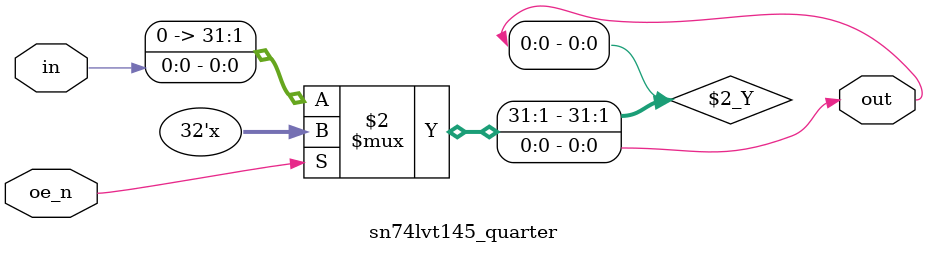
<source format=v>
module sn74lvt145_quarter
  (
   input 	   oe_n,
   input 	   in,
   output      out
   );

   assign out = oe_n ? 'bZ : in;
   
endmodule // sn74lvt145_quarter



</source>
